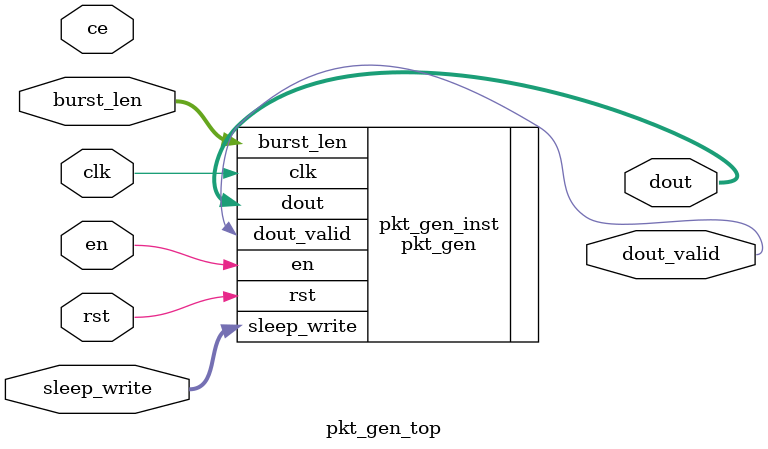
<source format=v>

module pkt_gen_top
 (
    input wire clk,
    input wire ce,
    input wire en,
    input wire rst,

    input wire [31:0] burst_len,
    input wire [31:0] sleep_write,

    output wire [127:0] dout,
    output wire dout_valid
);

pkt_gen #(
    .DOUT_WIDTH(8),
    .PARALLEL(16)
) pkt_gen_inst (
    .clk(clk),
    .en(en),
    .rst(rst),
    .burst_len(burst_len),
    .sleep_write(sleep_write),
    .dout(dout),
    .dout_valid(dout_valid)
);

endmodule

</source>
